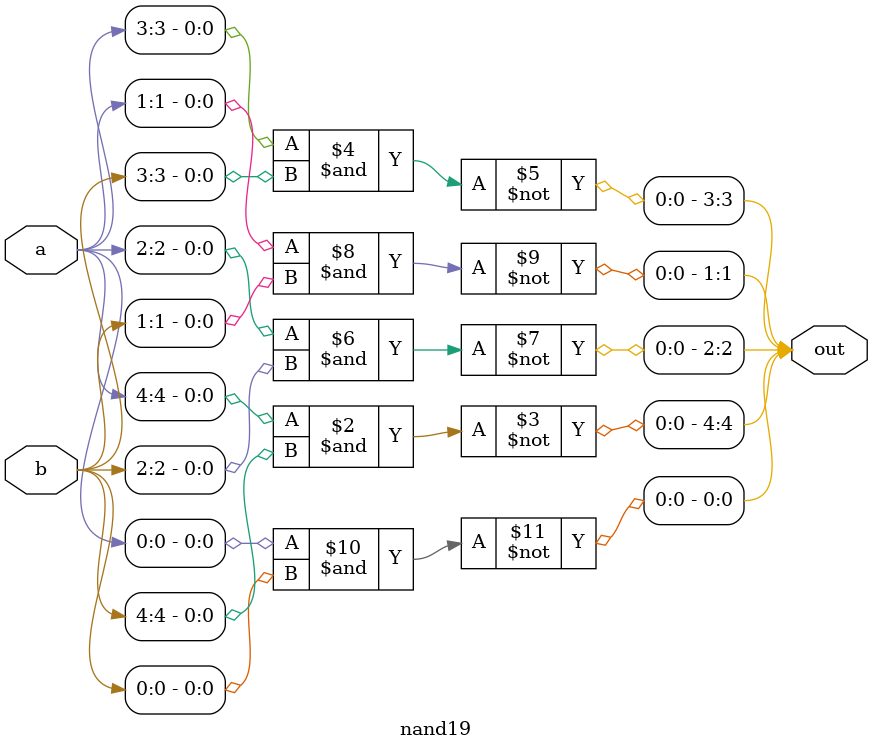
<source format=v>
module nand19 (
    input wire [4:0] a,
    input wire [4:0] b,
    output reg [4:0] out
);

always @(*) begin
    out[4] = ~(a[4] & b[4]);

    out[3] = ~(a[3] & b[3]);
    out[2] = ~(a[2] & b[2]);
    out[1] = ~(a[1] & b[1]);
    out[0] = ~(a[0] & b[0]);

end


endmodule
</source>
